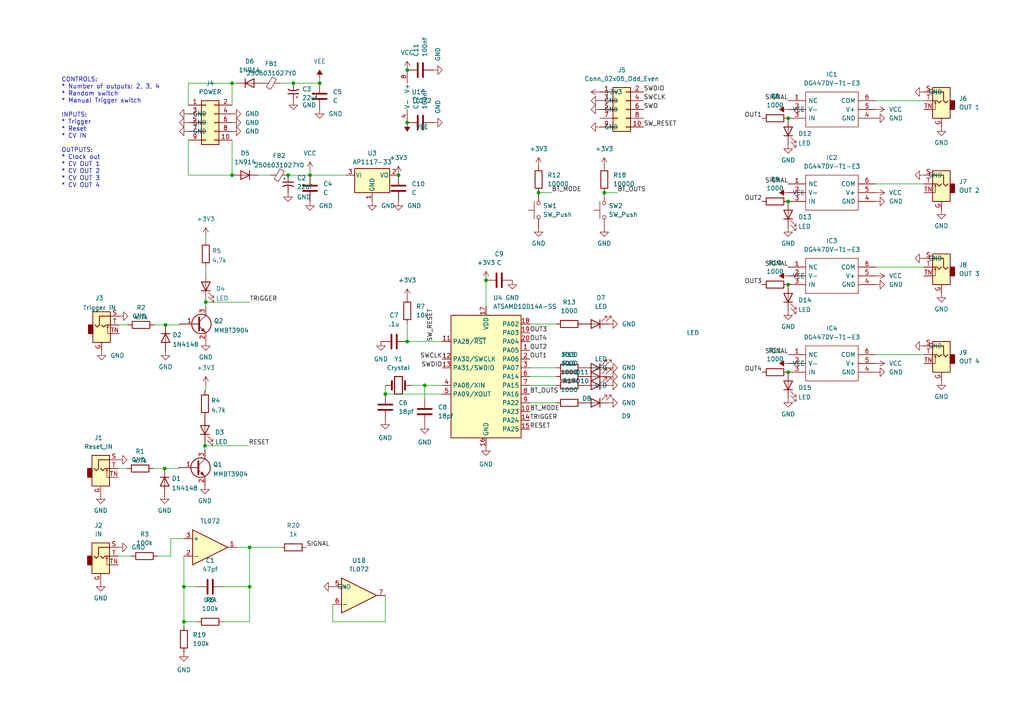
<source format=kicad_sch>
(kicad_sch (version 20211123) (generator eeschema)
  (paper "A4")
  (lib_symbols
    (symbol "Amplifier_Operational:TL072" (pin_names (offset 0.127))
      (property "Reference" "U" (at 0 5.08 0))
      (property "Value" "TL072" (at 0 -5.08 0))
      (symbol "TL072_1_1"
        (pin output line (at 7.62 0 180) (length 2.54) (name "~") (number "1"))
        (pin input line (at -7.62 -2.54 0) (length 2.54) (name "-") (number "2"))
        (pin input line (at -7.62 2.54 0) (length 2.54) (name "+") (number "3"))
      )
      (symbol "TL072_2_1"
        (pin input line (at -7.62 2.54 0) (length 2.54) (name "+") (number "5"))
        (pin input line (at -7.62 -2.54 0) (length 2.54) (name "-") (number "6"))
        (pin output line (at 7.62 0 180) (length 2.54) (name "~") (number "7"))
      )
      (symbol "TL072_3_1"
        (pin power_in line (at -2.54 -7.62 90) (length 3.81) (name "V-") (number "4"))
        (pin power_in line (at -2.54 7.62 270) (length 3.81) (name "V+") (number "8"))
      )
    )
    (symbol "Connector:AudioJack2_Ground_SwitchT"
      (property "Reference" "J" (at 0 8.89 0))
      (property "Value" "AudioJack2_Ground_SwitchT" (at 0 6.35 0))
      (symbol "AudioJack2_Ground_SwitchT_1_1"
        (pin passive line (at 0 -7.62 90) (length 2.54) (name "~") (number "G"))
        (pin passive line (at 5.08 2.54 180) (length 2.54) (name "~") (number "S"))
        (pin passive line (at 5.08 0 180) (length 2.54) (name "~") (number "T"))
        (pin passive line (at 5.08 -2.54 180) (length 2.54) (name "~") (number "TN"))
      )
    )
    (symbol "Connector_Generic:Conn_02x05_Odd_Even" (pin_names (offset 1.016) hide)
      (property "Reference" "J" (at 1.27 7.62 0))
      (property "Value" "Conn_02x05_Odd_Even" (at 1.27 -7.62 0))
      (symbol "Conn_02x05_Odd_Even_1_1"
        (pin passive line (at -5.08 5.08 0) (length 3.81) (name "Pin_1") (number "1"))
        (pin passive line (at 7.62 -5.08 180) (length 3.81) (name "Pin_10") (number "10"))
        (pin passive line (at 7.62 5.08 180) (length 3.81) (name "Pin_2") (number "2"))
        (pin passive line (at -5.08 2.54 0) (length 3.81) (name "Pin_3") (number "3"))
        (pin passive line (at 7.62 2.54 180) (length 3.81) (name "Pin_4") (number "4"))
        (pin passive line (at -5.08 0 0) (length 3.81) (name "Pin_5") (number "5"))
        (pin passive line (at 7.62 0 180) (length 3.81) (name "Pin_6") (number "6"))
        (pin passive line (at -5.08 -2.54 0) (length 3.81) (name "Pin_7") (number "7"))
        (pin passive line (at 7.62 -2.54 180) (length 3.81) (name "Pin_8") (number "8"))
        (pin passive line (at -5.08 -5.08 0) (length 3.81) (name "Pin_9") (number "9"))
      )
    )
    (symbol "DG447:DG447DV-T1-E3" (pin_names (offset 0.762))
      (property "Reference" "IC" (at 21.59 7.62 0))
      (property "Value" "DG447DV-T1-E3" (at 21.59 5.08 0))
      (symbol "DG447DV-T1-E3_0_0"
        (pin input line (at 0 0 0) (length 5.08) (name "NC") (number "1"))
        (pin power_in line (at 0 -2.54 0) (length 5.08) (name "V-") (number "2"))
        (pin input line (at 0 -5.08 0) (length 5.08) (name "IN") (number "3"))
        (pin power_in line (at 25.4 -5.08 180) (length 5.08) (name "GND") (number "4"))
        (pin power_in line (at 25.4 -2.54 180) (length 5.08) (name "V+") (number "5"))
        (pin passive line (at 25.4 0 180) (length 5.08) (name "COM") (number "6"))
      )
    )
    (symbol "Device:C" (pin_numbers hide) (pin_names (offset 0.254))
      (property "Reference" "C" (at 0.635 2.54 0))
      (property "Value" "C" (at 0.635 -2.54 0))
      (symbol "C_1_1"
        (pin passive line (at 0 3.81 270) (length 2.794) (name "~") (number "1"))
        (pin passive line (at 0 -3.81 90) (length 2.794) (name "~") (number "2"))
      )
    )
    (symbol "Device:C_Polarized_Small_US" (pin_numbers hide) (pin_names (offset 0.254) hide)
      (property "Reference" "C" (at 0.254 1.778 0))
      (property "Value" "C_Polarized_Small_US" (at 0.254 -2.032 0))
      (symbol "C_Polarized_Small_US_1_1"
        (pin passive line (at 0 2.54 270) (length 2.032) (name "~") (number "1"))
        (pin passive line (at 0 -2.54 90) (length 2.032) (name "~") (number "2"))
      )
    )
    (symbol "Device:Crystal" (pin_numbers hide) (pin_names (offset 1.016) hide)
      (property "Reference" "Y" (at 0 3.81 0))
      (property "Value" "Crystal" (at 0 -3.81 0))
      (symbol "Crystal_1_1"
        (pin passive line (at -3.81 0 0) (length 1.27) (name "1") (number "1"))
        (pin passive line (at 3.81 0 180) (length 1.27) (name "2") (number "2"))
      )
    )
    (symbol "Device:FerriteBead_Small" (pin_numbers hide) (pin_names (offset 0))
      (property "Reference" "FB" (at 1.905 1.27 0))
      (property "Value" "FerriteBead_Small" (at 1.905 -1.27 0))
      (symbol "FerriteBead_Small_1_1"
        (pin passive line (at 0 2.54 270) (length 1.27) (name "~") (number "1"))
        (pin passive line (at 0 -2.54 90) (length 1.27) (name "~") (number "2"))
      )
    )
    (symbol "Device:LED" (pin_numbers hide) (pin_names (offset 1.016) hide)
      (property "Reference" "D" (at 0 2.54 0))
      (property "Value" "LED" (at 0 -2.54 0))
      (symbol "LED_1_1"
        (pin passive line (at -3.81 0 0) (length 2.54) (name "K") (number "1"))
        (pin passive line (at 3.81 0 180) (length 2.54) (name "A") (number "2"))
      )
    )
    (symbol "Device:R" (pin_numbers hide) (pin_names (offset 0))
      (property "Reference" "R" (at 2.032 0 90))
      (property "Value" "R" (at 0 0 90))
      (symbol "R_1_1"
        (pin passive line (at 0 3.81 270) (length 1.27) (name "~") (number "1"))
        (pin passive line (at 0 -3.81 90) (length 1.27) (name "~") (number "2"))
      )
    )
    (symbol "Diode:1N4148" (pin_numbers hide) (pin_names (offset 1.016) hide)
      (property "Reference" "D" (at 0 2.54 0))
      (property "Value" "1N4148" (at 0 -2.54 0))
      (symbol "1N4148_1_1"
        (pin passive line (at -3.81 0 0) (length 2.54) (name "K") (number "1"))
        (pin passive line (at 3.81 0 180) (length 2.54) (name "A") (number "2"))
      )
    )
    (symbol "MCU_Microchip_SAMD:ATSAMD10D14A-SS"
      (property "Reference" "U" (at -10.16 19.05 0))
      (property "Value" "ATSAMD10D14A-SS" (at 1.27 19.05 0))
      (symbol "ATSAMD10D14A-SS_1_1"
        (pin bidirectional line (at 12.7 7.62 180) (length 2.54) (name "PA05") (number "1"))
        (pin bidirectional line (at 12.7 -10.16 180) (length 2.54) (name "PA23") (number "10"))
        (pin bidirectional line (at -12.7 10.16 0) (length 2.54) (name "PA28/~{RST}") (number "11"))
        (pin bidirectional line (at -12.7 5.08 0) (length 2.54) (name "PA30/SWCLK") (number "12"))
        (pin bidirectional line (at -12.7 2.54 0) (length 2.54) (name "PA31/SWDIO") (number "13"))
        (pin bidirectional line (at 12.7 -12.7 180) (length 2.54) (name "PA24") (number "14"))
        (pin bidirectional line (at 12.7 -15.24 180) (length 2.54) (name "PA25") (number "15"))
        (pin power_in line (at 0 -20.32 90) (length 2.54) (name "GND") (number "16"))
        (pin power_in line (at 0 20.32 270) (length 2.54) (name "VDD") (number "17"))
        (pin bidirectional line (at 12.7 15.24 180) (length 2.54) (name "PA02") (number "18"))
        (pin bidirectional line (at 12.7 12.7 180) (length 2.54) (name "PA03") (number "19"))
        (pin bidirectional line (at 12.7 5.08 180) (length 2.54) (name "PA06") (number "2"))
        (pin bidirectional line (at 12.7 10.16 180) (length 2.54) (name "PA04") (number "20"))
        (pin bidirectional line (at 12.7 2.54 180) (length 2.54) (name "PA07") (number "3"))
        (pin bidirectional line (at -12.7 -2.54 0) (length 2.54) (name "PA08/XIN") (number "4"))
        (pin bidirectional line (at -12.7 -5.08 0) (length 2.54) (name "PA09/XOUT") (number "5"))
        (pin bidirectional line (at 12.7 0 180) (length 2.54) (name "PA14") (number "6"))
        (pin bidirectional line (at 12.7 -2.54 180) (length 2.54) (name "PA15") (number "7"))
        (pin bidirectional line (at 12.7 -5.08 180) (length 2.54) (name "PA16") (number "8"))
        (pin bidirectional line (at 12.7 -7.62 180) (length 2.54) (name "PA22") (number "9"))
      )
    )
    (symbol "Regulator_Linear:AP1117-33" (pin_names (offset 0.254))
      (property "Reference" "U" (at -3.81 3.175 0))
      (property "Value" "AP1117-33" (at 0 3.175 0))
      (symbol "AP1117-33_1_1"
        (pin power_in line (at 0 -7.62 90) (length 2.54) (name "GND") (number "1"))
        (pin power_out line (at 7.62 0 180) (length 2.54) (name "VO") (number "2"))
        (pin power_in line (at -7.62 0 0) (length 2.54) (name "VI") (number "3"))
      )
    )
    (symbol "Switch:SW_Push" (pin_numbers hide) (pin_names (offset 1.016) hide)
      (property "Reference" "SW" (at 1.27 2.54 0))
      (property "Value" "SW_Push" (at 0 -1.524 0))
      (symbol "SW_Push_0_1"
        (pin passive line (at -5.08 0 0) (length 2.54) (name "1") (number "1"))
        (pin passive line (at 5.08 0 180) (length 2.54) (name "2") (number "2"))
      )
    )
    (symbol "Transistor_BJT:MMBT3904" (pin_names (offset 0) hide)
      (property "Reference" "Q" (at 5.08 1.905 0))
      (property "Value" "MMBT3904" (at 5.08 0 0))
      (symbol "MMBT3904_1_1"
        (pin input line (at -5.08 0 0) (length 5.715) (name "B") (number "1"))
        (pin passive line (at 2.54 -5.08 90) (length 2.54) (name "E") (number "2"))
        (pin passive line (at 2.54 5.08 270) (length 2.54) (name "C") (number "3"))
      )
    )
    (symbol "power:+3.3V" (power) (pin_names (offset 0))
      (property "Value" "+3.3V" (at 0 3.556 0))
      (symbol "+3.3V_1_1"
        (pin power_in line (at 0 0 90) (length 0) hide (name "+3V3") (number "1"))
      )
    )
    (symbol "power:+3V3" (power) (pin_names (offset 0))
      (property "Value" "+3V3" (at 0 3.556 0))
      (symbol "+3V3_1_1"
        (pin power_in line (at 0 0 90) (length 0) hide (name "+3V3") (number "1"))
      )
    )
    (symbol "power:GND" (power) (pin_names (offset 0))
      (property "Value" "GND" (at 0 -3.81 0))
      (symbol "GND_1_1"
        (pin power_in line (at 0 0 270) (length 0) hide (name "GND") (number "1"))
      )
    )
    (symbol "power:VCC" (power) (pin_names (offset 0))
      (property "Value" "VCC" (at 0 3.81 0))
      (symbol "VCC_1_1"
        (pin power_in line (at 0 0 90) (length 0) hide (name "VCC") (number "1"))
      )
    )
    (symbol "power:VEE" (power) (pin_names (offset 0))
      (property "Value" "VEE" (at 0 3.81 0))
      (symbol "VEE_1_1"
        (pin power_in line (at 0 0 90) (length 0) hide (name "VEE") (number "1"))
      )
    )
  )
  (junction (at 111.76 114.3))
  (junction (at 228.6 107.95))
  (junction (at 72.39 158.75))
  (junction (at 67.31 24.13))
  (junction (at 228.6 82.55))
  (junction (at 48.006 94.234))
  (junction (at 53.34 180.34))
  (junction (at 89.916 50.8))
  (junction (at 72.39 170.18))
  (junction (at 228.6 34.29))
  (junction (at 118.11 35.56))
  (junction (at 118.11 99.06))
  (junction (at 83.566 50.8))
  (junction (at 140.97 81.28))
  (junction (at 53.34 170.18))
  (junction (at 85.09 24.13))
  (junction (at 67.31 50.8))
  (junction (at 59.69 87.63))
  (junction (at 156.21 55.88))
  (junction (at 123.19 111.76))
  (junction (at 47.752 135.89))
  (junction (at 175.26 55.88))
  (junction (at 92.71 24.13))
  (junction (at 115.57 50.8))
  (junction (at 59.436 129.286))
  (junction (at 228.6 58.42))
  (junction (at 118.11 20.32))
  (wire (pts (xy 34.29 161.29) (xy 38.1 161.29)))
  (wire (pts (xy 59.69 87.63) (xy 59.69 88.9)))
  (wire (pts (xy 72.39 158.75) (xy 68.58 158.75)))
  (wire (pts (xy 34.29 135.89) (xy 36.83 135.89)))
  (wire (pts (xy 54.61 40.64) (xy 54.61 50.8)))
  (wire (pts (xy 51.816 135.89) (xy 51.816 135.636)))
  (wire (pts (xy 49.53 156.21) (xy 49.53 161.29)))
  (wire (pts (xy 53.34 161.29) (xy 53.34 170.18)))
  (wire (pts (xy 53.34 170.18) (xy 57.15 170.18)))
  (wire (pts (xy 47.752 135.89) (xy 51.816 135.89)))
  (wire (pts (xy 34.544 94.234) (xy 37.084 94.234)))
  (wire (pts (xy 85.09 24.13) (xy 92.71 24.13)))
  (wire (pts (xy 54.61 24.13) (xy 54.61 30.48)))
  (wire (pts (xy 175.26 55.88) (xy 179.07 55.88)))
  (wire (pts (xy 74.93 50.8) (xy 78.486 50.8)))
  (wire (pts (xy 153.67 116.84) (xy 161.29 116.84)))
  (wire (pts (xy 96.52 180.34) (xy 111.76 180.34)))
  (wire (pts (xy 111.76 114.3) (xy 111.76 111.76)))
  (wire (pts (xy 123.19 111.76) (xy 128.27 111.76)))
  (wire (pts (xy 118.11 99.06) (xy 118.11 93.98)))
  (wire (pts (xy 59.69 68.58) (xy 59.69 69.85)))
  (wire (pts (xy 67.31 24.13) (xy 54.61 24.13)))
  (wire (pts (xy 89.916 50.8) (xy 100.33 50.8)))
  (wire (pts (xy 153.67 106.68) (xy 161.29 106.68)))
  (wire (pts (xy 153.67 111.76) (xy 161.29 111.76)))
  (wire (pts (xy 111.76 180.34) (xy 111.76 172.72)))
  (wire (pts (xy 128.27 99.06) (xy 118.11 99.06)))
  (wire (pts (xy 52.07 94.234) (xy 52.07 93.98)))
  (wire (pts (xy 59.436 128.524) (xy 59.436 129.286)))
  (wire (pts (xy 81.28 24.13) (xy 85.09 24.13)))
  (wire (pts (xy 44.45 135.89) (xy 47.752 135.89)))
  (wire (pts (xy 53.34 170.18) (xy 53.34 180.34)))
  (wire (pts (xy 67.31 40.64) (xy 67.31 50.8)))
  (wire (pts (xy 44.704 94.234) (xy 48.006 94.234)))
  (wire (pts (xy 48.006 94.234) (xy 52.07 94.234)))
  (wire (pts (xy 53.34 180.34) (xy 57.15 180.34)))
  (wire (pts (xy 128.27 114.3) (xy 111.76 114.3)))
  (wire (pts (xy 67.31 30.48) (xy 67.31 24.13)))
  (wire (pts (xy 83.566 50.8) (xy 89.916 50.8)))
  (wire (pts (xy 72.39 158.75) (xy 72.39 170.18)))
  (wire (pts (xy 53.34 180.34) (xy 53.34 181.61)))
  (wire (pts (xy 45.72 161.29) (xy 49.53 161.29)))
  (wire (pts (xy 254 102.87) (xy 267.97 102.87)))
  (wire (pts (xy 59.69 86.868) (xy 59.69 87.63)))
  (wire (pts (xy 59.69 113.284) (xy 59.436 113.284)))
  (wire (pts (xy 89.916 49.53) (xy 89.916 50.8)))
  (wire (pts (xy 123.19 111.76) (xy 123.19 115.57)))
  (wire (pts (xy 119.38 111.76) (xy 123.19 111.76)))
  (wire (pts (xy 59.436 129.286) (xy 72.136 129.286)))
  (wire (pts (xy 153.67 93.98) (xy 161.29 93.98)))
  (wire (pts (xy 72.39 170.18) (xy 72.39 180.34)))
  (wire (pts (xy 59.69 87.63) (xy 72.39 87.63)))
  (wire (pts (xy 54.61 50.8) (xy 67.31 50.8)))
  (wire (pts (xy 59.69 77.47) (xy 59.69 79.248)))
  (wire (pts (xy 140.97 81.28) (xy 140.97 88.9)))
  (wire (pts (xy 254 77.47) (xy 267.97 77.47)))
  (wire (pts (xy 72.39 170.18) (xy 64.77 170.18)))
  (wire (pts (xy 254 53.34) (xy 267.97 53.34)))
  (wire (pts (xy 153.67 109.22) (xy 161.29 109.22)))
  (wire (pts (xy 59.69 111.76) (xy 59.69 113.284)))
  (wire (pts (xy 96.52 175.26) (xy 96.52 180.34)))
  (wire (pts (xy 67.31 24.13) (xy 68.58 24.13)))
  (wire (pts (xy 72.39 180.34) (xy 64.77 180.34)))
  (wire (pts (xy 156.21 55.88) (xy 160.02 55.88)))
  (wire (pts (xy 49.53 156.21) (xy 53.34 156.21)))
  (wire (pts (xy 72.39 158.75) (xy 81.28 158.75)))
  (wire (pts (xy 254 29.21) (xy 267.97 29.21)))
  (wire (pts (xy 92.71 22.86) (xy 92.71 24.13)))
  (wire (pts (xy 59.436 129.286) (xy 59.436 130.556)))
  (text "CONTROLS:\n* Number of outputs: 2, 3, 4\n* Random switch\n* Manual Trigger switch\n\nINPUTS:\n* Trigger\n* Reset\n* CV IN\n\nOUTPUTS:\n* Clock out\n* CV OUT 1\n* CV OUT 2\n* CV OUT 3\n* CV OUT 4\n" (at 17.78 54.61 0) (effects (font (size 1.27 1.27)) (justify left bottom)))
  (label "BT_MODE" (at 160.02 55.88 0))
  (label "SIGNAL" (at 88.9 158.75 0))
  (label "SWCLK" (at 128.27 104.14 180))
  (label "RESET" (at 72.136 129.286 0))
  (label "OUT4" (at 220.98 107.95 180))
  (label "TRIGGER" (at 72.39 87.63 0))
  (label "OUT3" (at 153.67 96.52 0))
  (label "SIGNAL" (at 228.6 77.47 180))
  (label "TRIGGER" (at 153.67 121.92 0))
  (label "OUT4" (at 153.67 99.06 0))
  (label "BT_OUTS" (at 153.67 114.3 0))
  (label "RESET" (at 153.67 124.46 0))
  (label "SIGNAL" (at 228.6 53.34 180))
  (label "SWO" (at 186.69 31.75 0))
  (label "BT_OUTS" (at 179.07 55.88 0))
  (label "SWDIO" (at 128.27 106.68 180))
  (label "SWCLK" (at 186.69 29.21 0))
  (label "OUT1" (at 220.98 34.29 180))
  (label "OUT3" (at 220.98 82.55 180))
  (label "OUT2" (at 153.67 101.6 0))
  (label "SIGNAL" (at 228.6 29.21 180))
  (label "BT_MODE" (at 153.67 119.38 0))
  (label "SWDIO" (at 186.69 26.67 0))
  (label "OUT2" (at 220.98 58.42 180))
  (label "SW_RESET" (at 186.69 36.83 0))
  (label "SIGNAL" (at 228.6 102.87 180))
  (label "OUT1" (at 153.67 104.14 0))
  (label "SW_RESET" (at 125.73 99.06 90))
  (symbol (lib_id "Device:R") (at 165.1 93.98 90) (unit 1)
    (property "Reference" "R13" (at 165.1 87.63 90))
    (property "Value" "1000" (at 165.1 90.17 90))
    (property "Footprint" "Resistor_SMD:R_0805_2012Metric_Pad1.20x1.40mm_HandSolder" (effects hide))
  )
  (symbol (lib_id "power:VEE") (at 228.6 31.75 90) (unit 1)
    (property "Reference" "#PWR0129" (effects hide))
    (property "Value" "VEE" (at 229.87 31.7499 90) (effects (justify right)))
  )
  (symbol (lib_id "power:GND") (at 228.6 66.04 0) (mirror y) (unit 1)
    (property "Reference" "#PWR0165" (effects hide))
    (property "Value" "GND" (at 228.6 70.6025 0))
  )
  (symbol (lib_id "Device:C") (at 115.57 54.61 0) (unit 1)
    (property "Reference" "C10" (at 119.38 53.3399 0) (effects (justify left)))
    (property "Value" "C" (at 119.38 55.8799 0) (effects (justify left)))
    (property "Footprint" "Capacitor_SMD:C_0805_2012Metric_Pad1.18x1.45mm_HandSolder" (effects hide))
  )
  (symbol (lib_id "Device:C") (at 144.78 81.28 90) (unit 1)
    (property "Reference" "C9" (at 144.78 73.66 90))
    (property "Value" "C" (at 144.78 76.2 90))
    (property "Footprint" "Capacitor_SMD:C_0805_2012Metric_Pad1.18x1.45mm_HandSolder" (effects hide))
  )
  (symbol (lib_id "DG447:DG447DV-T1-E3") (at 228.6 102.87 0) (unit 1)
    (property "Reference" "IC4" (at 241.3 95.25 0))
    (property "Value" "DG447DV-T1-E3" (at 241.3 97.79 0))
    (property "Footprint" "Mouser:SOP95P284X110-6N" (effects hide))
    (property "Datasheet" "https://datasheet.datasheetarchive.com/originals/distributors/Datasheets-DGA16/949354.pdf" (effects hide))
    (property "Description" "DG447DV-T1-E3, Analogue SPST Switch Single SPST, 12 V, 15 V, 18 V, 24 V, 28 V, 9 V, 6-Pin, TSOP, 1" (effects hide))
    (property "Height" "1.1" (effects hide))
    (property "Mouser Part Number" "781-DG447DV-E3" (effects hide))
    (property "Mouser Price/Stock" "https://www.mouser.co.uk/ProductDetail/Vishay-Semiconductors/DG447DV-T1-E3?qs=G1LhLIAbs1wSK2PhZozw6g%3D%3D" (effects hide))
    (property "Manufacturer_Name" "Vishay" (effects hide))
    (property "Manufacturer_Part_Number" "DG447DV-T1-E3" (effects hide))
  )
  (symbol (lib_id "power:GND") (at 92.71 31.75 0) (unit 1)
    (property "Reference" "#PWR0138" (effects hide))
    (property "Value" "GND" (at 95.25 33.0199 0) (effects (justify left)))
  )
  (symbol (lib_id "power:GND") (at 176.53 109.22 90) (mirror x) (unit 1)
    (property "Reference" "#PWR0162" (effects hide))
    (property "Value" "GND" (at 180.34 109.2199 90) (effects (justify right)))
  )
  (symbol (lib_id "power:GND") (at 254 58.42 90) (unit 1)
    (property "Reference" "#PWR0123" (effects hide))
    (property "Value" "GND" (at 257.81 58.4199 90) (effects (justify right)))
  )
  (symbol (lib_id "Device:LED") (at 172.72 111.76 180) (unit 1)
    (property "Reference" "D10" (at 168.91 110.49 0))
    (property "Value" "LED" (at 174.3075 106.68 0))
    (property "Footprint" "LED_THT:LED_D3.0mm" (effects hide))
  )
  (symbol (lib_id "power:GND") (at 125.73 20.32 90) (unit 1)
    (property "Reference" "#PWR0168" (effects hide))
    (property "Value" "GND" (at 126.9999 17.78 0) (effects (justify left)))
  )
  (symbol (lib_id "Device:R") (at 165.1 111.76 90) (unit 1)
    (property "Reference" "R16" (at 165.1 105.41 90))
    (property "Value" "1000" (at 165.1 107.95 90))
    (property "Footprint" "Resistor_SMD:R_0805_2012Metric_Pad1.20x1.40mm_HandSolder" (effects hide))
  )
  (symbol (lib_id "power:GND") (at 228.6 41.91 0) (mirror y) (unit 1)
    (property "Reference" "#PWR0139" (effects hide))
    (property "Value" "GND" (at 228.6 46.4725 0))
  )
  (symbol (lib_id "Device:LED") (at 228.6 38.1 90) (unit 1)
    (property "Reference" "D12" (at 231.521 38.779 90) (effects (justify right)))
    (property "Value" "LED" (at 231.521 41.5541 90) (effects (justify right)))
    (property "Footprint" "LED_THT:LED_D3.0mm" (effects hide))
  )
  (symbol (lib_id "Diode:1N4148") (at 48.006 98.044 270) (unit 1)
    (property "Reference" "D2" (at 50.038 97.1355 90) (effects (justify left)))
    (property "Value" "1N4148" (at 50.038 99.9106 90) (effects (justify left)))
    (property "Footprint" "Diode_SMD:D_SOD-123" (effects hide))
    (property "Datasheet" "https://assets.nexperia.com/documents/data-sheet/1N4148_1N4448.pdf" (effects hide))
  )
  (symbol (lib_id "Device:R") (at 59.69 73.66 180) (unit 1)
    (property "Reference" "R5" (at 61.468 72.7515 0) (effects (justify right)))
    (property "Value" "4.7k" (at 61.468 75.5266 0) (effects (justify right)))
    (property "Footprint" "Resistor_SMD:R_0805_2012Metric_Pad1.20x1.40mm_HandSolder" (effects hide))
  )
  (symbol (lib_id "Device:FerriteBead_Small") (at 81.026 50.8 90) (unit 1)
    (property "Reference" "FB2" (at 80.9879 45.1317 90))
    (property "Value" "2506031027Y0 " (at 80.9879 47.9068 90))
    (property "Footprint" "Resistor_SMD:R_0805_2012Metric_Pad1.20x1.40mm_HandSolder" (effects hide))
  )
  (symbol (lib_id "power:GND") (at 34.29 158.75 90) (unit 1)
    (property "Reference" "#PWR0176" (effects hide))
    (property "Value" "GND" (at 38.1 158.7499 90) (effects (justify right)))
  )
  (symbol (lib_id "power:GND") (at 267.97 50.8 270) (unit 1)
    (property "Reference" "#PWR0109" (effects hide))
    (property "Value" "GND" (at 269.24 50.7999 90) (effects (justify left)))
  )
  (symbol (lib_id "power:GND") (at 54.61 38.1 270) (unit 1)
    (property "Reference" "#PWR0115" (effects hide))
    (property "Value" "GND" (at 55.88 38.0999 90) (effects (justify left)))
  )
  (symbol (lib_id "power:GND") (at 273.05 36.83 0) (mirror y) (unit 1)
    (property "Reference" "#PWR0126" (effects hide))
    (property "Value" "GND" (at 273.05 41.3925 0))
  )
  (symbol (lib_id "power:GND") (at 85.09 29.21 0) (unit 1)
    (property "Reference" "#PWR0137" (effects hide))
    (property "Value" "GND" (at 87.63 30.4799 0) (effects (justify left)))
  )
  (symbol (lib_id "Transistor_BJT:MMBT3904") (at 56.896 135.636 0) (unit 1)
    (property "Reference" "Q1" (at 61.7474 134.7275 0) (effects (justify left)))
    (property "Value" "MMBT3904" (at 61.7474 137.5026 0) (effects (justify left)))
    (property "Footprint" "Package_TO_SOT_SMD:SOT-23" (effects hide))
    (property "Datasheet" "https://www.onsemi.com/pub/Collateral/2N3903-D.PDF" (effects hide))
  )
  (symbol (lib_id "power:GND") (at 53.34 189.23 0) (unit 1)
    (property "Reference" "#PWR0101" (effects hide))
    (property "Value" "GND" (at 53.34 194.31 0))
  )
  (symbol (lib_id "power:GND") (at 67.31 33.02 90) (unit 1)
    (property "Reference" "#PWR0111" (effects hide))
    (property "Value" "GND" (at 71.12 33.0199 90) (effects (justify right)))
  )
  (symbol (lib_id "power:GND") (at 176.53 93.98 90) (mirror x) (unit 1)
    (property "Reference" "#PWR0160" (effects hide))
    (property "Value" "GND" (at 180.34 93.9799 90) (effects (justify right)))
  )
  (symbol (lib_id "power:GND") (at 96.52 170.18 270) (unit 1)
    (property "Reference" "#PWR0177" (effects hide))
    (property "Value" "GND" (at 97.79 170.1799 90) (effects (justify left)))
  )
  (symbol (lib_id "power:+3.3V") (at 140.97 81.28 0) (unit 1)
    (property "Reference" "#PWR0154" (effects hide))
    (property "Value" "+3.3V" (at 140.97 76.2 0))
  )
  (symbol (lib_id "power:GND") (at 228.6 90.17 0) (mirror y) (unit 1)
    (property "Reference" "#PWR0167" (effects hide))
    (property "Value" "GND" (at 228.6 94.7325 0))
  )
  (symbol (lib_id "power:GND") (at 254 107.95 90) (unit 1)
    (property "Reference" "#PWR0134" (effects hide))
    (property "Value" "GND" (at 257.81 107.9499 90) (effects (justify right)))
  )
  (symbol (lib_id "Diode:1N4148") (at 47.752 139.7 270) (unit 1)
    (property "Reference" "D1" (at 49.784 138.7915 90) (effects (justify left)))
    (property "Value" "1N4148" (at 49.784 141.5666 90) (effects (justify left)))
    (property "Footprint" "Diode_SMD:D_SOD-123" (effects hide))
    (property "Datasheet" "https://assets.nexperia.com/documents/data-sheet/1N4148_1N4448.pdf" (effects hide))
  )
  (symbol (lib_id "power:GND") (at 176.53 106.68 90) (mirror x) (unit 1)
    (property "Reference" "#PWR0164" (effects hide))
    (property "Value" "GND" (at 180.34 106.6799 90) (effects (justify right)))
  )
  (symbol (lib_id "Device:LED") (at 59.436 124.714 90) (unit 1)
    (property "Reference" "D3" (at 62.357 125.393 90) (effects (justify right)))
    (property "Value" "LED" (at 62.357 128.1681 90) (effects (justify right)))
    (property "Footprint" "LED_THT:LED_D3.0mm" (effects hide))
  )
  (symbol (lib_id "power:GND") (at 125.73 35.56 90) (unit 1)
    (property "Reference" "#PWR0169" (effects hide))
    (property "Value" "GND" (at 126.9999 33.02 0) (effects (justify left)))
  )
  (symbol (lib_id "Connector:AudioJack2_Ground_SwitchT") (at 273.05 77.47 0) (mirror y) (unit 1)
    (property "Reference" "J8" (at 278.13 76.8349 0) (effects (justify right)))
    (property "Value" "OUT 3" (at 278.13 79.3749 0) (effects (justify right)))
    (property "Footprint" "Connector_Audio:Jack_3.5mm_QingPu_WQP-PJ398SM_Vertical_CircularHoles" (effects hide))
  )
  (symbol (lib_id "Device:C") (at 92.71 27.94 0) (unit 1)
    (property "Reference" "C5" (at 96.52 26.6699 0) (effects (justify left)))
    (property "Value" "C" (at 96.52 29.2099 0) (effects (justify left)))
    (property "Footprint" "Capacitor_SMD:C_0805_2012Metric_Pad1.18x1.45mm_HandSolder" (effects hide))
  )
  (symbol (lib_id "Connector:AudioJack2_Ground_SwitchT") (at 273.05 29.21 0) (mirror y) (unit 1)
    (property "Reference" "J6" (at 278.13 28.5749 0) (effects (justify right)))
    (property "Value" "OUT 1" (at 278.13 31.1149 0) (effects (justify right)))
    (property "Footprint" "Connector_Audio:Jack_3.5mm_QingPu_WQP-PJ398SM_Vertical_CircularHoles" (effects hide))
  )
  (symbol (lib_id "Diode:1N4148") (at 72.39 24.13 0) (unit 1)
    (property "Reference" "D6" (at 72.39 17.78 0))
    (property "Value" "1N914" (at 72.39 20.32 0))
    (property "Footprint" "Diode_SMD:D_SOD-123" (effects hide))
    (property "Datasheet" "https://assets.nexperia.com/documents/data-sheet/1N4148_1N4448.pdf" (effects hide))
  )
  (symbol (lib_id "Switch:SW_Push") (at 175.26 60.96 90) (unit 1)
    (property "Reference" "SW2" (at 176.53 59.6899 90) (effects (justify right)))
    (property "Value" "SW_Push" (at 176.53 62.2299 90) (effects (justify right)))
    (property "Footprint" "Button_Switch_THT:SW_PUSH_6mm" (effects hide))
  )
  (symbol (lib_id "MCU_Microchip_SAMD:ATSAMD10D14A-SS") (at 140.97 109.22 0) (unit 1)
    (property "Reference" "U4" (at 142.9894 86.36 0) (effects (justify left)))
    (property "Value" "ATSAMD10D14A-SS" (at 142.9894 88.9 0) (effects (justify left)))
    (property "Footprint" "Package_SO:SOIC-20W_7.5x12.8mm_P1.27mm" (effects hide))
    (property "Datasheet" "http://ww1.microchip.com/downloads/en/DeviceDoc/Atmel-42242-SAM-D10_Datasheet.pdf" (effects hide))
  )
  (symbol (lib_id "Device:R") (at 118.11 90.17 0) (unit 1)
    (property "Reference" "R7" (at 120.65 88.8999 0) (effects (justify left)))
    (property "Value" "10k" (at 120.65 91.4399 0) (effects (justify left)))
    (property "Footprint" "Resistor_SMD:R_0805_2012Metric_Pad1.20x1.40mm_HandSolder" (effects hide))
  )
  (symbol (lib_id "power:GND") (at 173.99 36.83 270) (unit 1)
    (property "Reference" "#PWR0150" (effects hide))
    (property "Value" "GND" (at 175.26 36.8299 90) (effects (justify left)))
  )
  (symbol (lib_id "power:GND") (at 54.61 33.02 270) (unit 1)
    (property "Reference" "#PWR0116" (effects hide))
    (property "Value" "GND" (at 55.88 33.0199 90) (effects (justify left)))
  )
  (symbol (lib_id "Device:R") (at 59.436 117.094 180) (unit 1)
    (property "Reference" "R4" (at 61.214 116.1855 0) (effects (justify right)))
    (property "Value" "4.7k" (at 61.214 118.9606 0) (effects (justify right)))
    (property "Footprint" "Resistor_SMD:R_0805_2012Metric_Pad1.20x1.40mm_HandSolder" (effects hide))
  )
  (symbol (lib_id "power:VCC") (at 89.916 49.53 0) (unit 1)
    (property "Reference" "#PWR0117" (effects hide))
    (property "Value" "VCC" (at 89.916 44.45 0))
  )
  (symbol (lib_id "power:GND") (at 89.916 58.42 0) (unit 1)
    (property "Reference" "#PWR0120" (effects hide))
    (property "Value" "GND" (at 92.456 59.6899 0) (effects (justify left)))
  )
  (symbol (lib_id "power:GND") (at 173.99 31.75 270) (unit 1)
    (property "Reference" "#PWR0149" (effects hide))
    (property "Value" "GND" (at 175.26 31.7499 90) (effects (justify left)))
  )
  (symbol (lib_id "power:VCC") (at 254 80.01 270) (unit 1)
    (property "Reference" "#PWR0133" (effects hide))
    (property "Value" "VCC" (at 257.81 80.0099 90) (effects (justify left)))
  )
  (symbol (lib_id "power:GND") (at 29.21 143.51 0) (unit 1)
    (property "Reference" "#PWR0105" (effects hide))
    (property "Value" "GND" (at 29.21 148.0725 0))
  )
  (symbol (lib_id "Device:R") (at 165.1 106.68 90) (unit 1)
    (property "Reference" "R17" (at 165.1 110.49 90))
    (property "Value" "1000" (at 165.1 102.87 90))
    (property "Footprint" "Resistor_SMD:R_0805_2012Metric_Pad1.20x1.40mm_HandSolder" (effects hide))
  )
  (symbol (lib_id "power:VEE") (at 118.11 35.56 180) (unit 1)
    (property "Reference" "#PWR0144" (effects hide))
    (property "Value" "VEE" (at 120.65 36.8299 0) (effects (justify right)))
  )
  (symbol (lib_id "power:GND") (at 175.26 66.04 0) (mirror y) (unit 1)
    (property "Reference" "#PWR0158" (effects hide))
    (property "Value" "GND" (at 175.26 70.6025 0))
  )
  (symbol (lib_id "power:VCC") (at 254 105.41 270) (unit 1)
    (property "Reference" "#PWR0135" (effects hide))
    (property "Value" "VCC" (at 257.81 105.4099 90) (effects (justify left)))
  )
  (symbol (lib_id "Device:R") (at 41.91 161.29 90) (unit 1)
    (property "Reference" "R3" (at 41.91 154.94 90))
    (property "Value" "100k" (at 41.91 157.48 90))
    (property "Footprint" "Resistor_SMD:R_0805_2012Metric_Pad1.20x1.40mm_HandSolder" (effects hide))
  )
  (symbol (lib_id "Device:C") (at 111.76 118.11 0) (unit 1)
    (property "Reference" "C6" (at 115.57 116.8399 0) (effects (justify left)))
    (property "Value" "18pf" (at 115.57 119.3799 0) (effects (justify left)))
    (property "Footprint" "Capacitor_SMD:C_0805_2012Metric_Pad1.18x1.45mm_HandSolder" (effects hide))
  )
  (symbol (lib_id "Device:C") (at 121.92 35.56 90) (unit 1)
    (property "Reference" "C12" (at 120.6499 31.75 0) (effects (justify left)))
    (property "Value" "100nf" (at 123.1899 31.75 0) (effects (justify left)))
    (property "Footprint" "Capacitor_SMD:C_0805_2012Metric_Pad1.18x1.45mm_HandSolder" (effects hide))
  )
  (symbol (lib_id "Connector:AudioJack2_Ground_SwitchT") (at 29.464 94.234 0) (unit 1)
    (property "Reference" "J3" (at 28.829 86.4575 0))
    (property "Value" "Trigger IN" (at 28.829 89.2326 0))
    (property "Footprint" "Connector_Audio:Jack_3.5mm_QingPu_WQP-PJ398SM_Vertical_CircularHoles" (effects hide))
  )
  (symbol (lib_id "power:GND") (at 254 82.55 90) (unit 1)
    (property "Reference" "#PWR0131" (effects hide))
    (property "Value" "GND" (at 257.81 82.5499 90) (effects (justify right)))
  )
  (symbol (lib_id "DG447:DG447DV-T1-E3") (at 228.6 77.47 0) (unit 1)
    (property "Reference" "IC3" (at 241.3 69.85 0))
    (property "Value" "DG447DV-T1-E3" (at 241.3 72.39 0))
    (property "Footprint" "Mouser:SOP95P284X110-6N" (effects hide))
    (property "Datasheet" "https://datasheet.datasheetarchive.com/originals/distributors/Datasheets-DGA16/949354.pdf" (effects hide))
    (property "Description" "DG447DV-T1-E3, Analogue SPST Switch Single SPST, 12 V, 15 V, 18 V, 24 V, 28 V, 9 V, 6-Pin, TSOP, 1" (effects hide))
    (property "Height" "1.1" (effects hide))
    (property "Mouser Part Number" "781-DG447DV-E3" (effects hide))
    (property "Mouser Price/Stock" "https://www.mouser.co.uk/ProductDetail/Vishay-Semiconductors/DG447DV-T1-E3?qs=G1LhLIAbs1wSK2PhZozw6g%3D%3D" (effects hide))
    (property "Manufacturer_Name" "Vishay" (effects hide))
    (property "Manufacturer_Part_Number" "DG447DV-T1-E3" (effects hide))
  )
  (symbol (lib_id "power:GND") (at 67.31 38.1 90) (unit 1)
    (property "Reference" "#PWR0110" (effects hide))
    (property "Value" "GND" (at 71.12 38.0999 90) (effects (justify right)))
  )
  (symbol (lib_id "Device:R") (at 224.79 82.55 90) (unit 1)
    (property "Reference" "R10" (at 224.79 76.2 90))
    (property "Value" "1000" (at 224.79 78.74 90))
    (property "Footprint" "Resistor_SMD:R_0805_2012Metric_Pad1.20x1.40mm_HandSolder" (effects hide))
  )
  (symbol (lib_id "Device:Crystal") (at 115.57 111.76 180) (unit 1)
    (property "Reference" "Y1" (at 115.57 104.14 0))
    (property "Value" "Crystal" (at 115.57 106.68 0))
    (property "Footprint" "Crystal:Crystal_Round_D1.0mm_Vertical" (effects hide))
  )
  (symbol (lib_id "power:GND") (at 140.97 129.54 0) (unit 1)
    (property "Reference" "#PWR0155" (effects hide))
    (property "Value" "GND" (at 140.97 134.62 0))
  )
  (symbol (lib_id "power:GND") (at 34.544 91.694 90) (unit 1)
    (property "Reference" "#PWR0174" (effects hide))
    (property "Value" "GND" (at 38.354 91.6939 90) (effects (justify right)))
  )
  (symbol (lib_id "Connector:AudioJack2_Ground_SwitchT") (at 29.21 135.89 0) (unit 1)
    (property "Reference" "J1" (at 28.575 127 0))
    (property "Value" "Reset_IN" (at 28.575 129.54 0))
    (property "Footprint" "Connector_Audio:Jack_3.5mm_QingPu_WQP-PJ398SM_Vertical_CircularHoles" (effects hide))
  )
  (symbol (lib_id "Device:R") (at 224.79 34.29 90) (unit 1)
    (property "Reference" "R8" (at 224.79 27.94 90))
    (property "Value" "1000" (at 224.79 30.48 90))
    (property "Footprint" "Resistor_SMD:R_0805_2012Metric_Pad1.20x1.40mm_HandSolder" (effects hide))
  )
  (symbol (lib_id "Device:C") (at 123.19 119.38 0) (unit 1)
    (property "Reference" "C8" (at 127 118.1099 0) (effects (justify left)))
    (property "Value" "18pf" (at 127 120.6499 0) (effects (justify left)))
    (property "Footprint" "Capacitor_SMD:C_0805_2012Metric_Pad1.18x1.45mm_HandSolder" (effects hide))
  )
  (symbol (lib_id "power:GND") (at 48.006 101.854 0) (unit 1)
    (property "Reference" "#PWR0108" (effects hide))
    (property "Value" "GND" (at 48.006 106.4165 0))
  )
  (symbol (lib_id "Device:LED") (at 172.72 109.22 180) (unit 1)
    (property "Reference" "D9" (at 181.61 120.65 0))
    (property "Value" "LED" (at 174.3075 104.14 0))
    (property "Footprint" "LED_THT:LED_D3.0mm" (effects hide))
  )
  (symbol (lib_id "power:GND") (at 115.57 58.42 0) (unit 1)
    (property "Reference" "#PWR0143" (effects hide))
    (property "Value" "GND" (at 118.11 59.6899 0) (effects (justify left)))
  )
  (symbol (lib_id "DG447:DG447DV-T1-E3") (at 228.6 29.21 0) (unit 1)
    (property "Reference" "IC1" (at 241.3 21.59 0))
    (property "Value" "DG447DV-T1-E3" (at 241.3 24.13 0))
    (property "Footprint" "Mouser:SOP95P284X110-6N" (effects hide))
    (property "Datasheet" "https://datasheet.datasheetarchive.com/originals/distributors/Datasheets-DGA16/949354.pdf" (effects hide))
    (property "Description" "DG447DV-T1-E3, Analogue SPST Switch Single SPST, 12 V, 15 V, 18 V, 24 V, 28 V, 9 V, 6-Pin, TSOP, 1" (effects hide))
    (property "Height" "1.1" (effects hide))
    (property "Mouser Part Number" "781-DG447DV-E3" (effects hide))
    (property "Mouser Price/Stock" "https://www.mouser.co.uk/ProductDetail/Vishay-Semiconductors/DG447DV-T1-E3?qs=G1LhLIAbs1wSK2PhZozw6g%3D%3D" (effects hide))
    (property "Manufacturer_Name" "Vishay" (effects hide))
    (property "Manufacturer_Part_Number" "DG447DV-T1-E3" (effects hide))
  )
  (symbol (lib_id "power:GND") (at 110.49 99.06 0) (unit 1)
    (property "Reference" "#PWR0151" (effects hide))
    (property "Value" "GND" (at 110.49 104.14 0))
  )
  (symbol (lib_id "Switch:SW_Push") (at 156.21 60.96 90) (unit 1)
    (property "Reference" "SW1" (at 157.48 59.6899 90) (effects (justify right)))
    (property "Value" "SW_Push" (at 157.48 62.2299 90) (effects (justify right)))
    (property "Footprint" "Button_Switch_THT:SW_PUSH_6mm" (effects hide))
  )
  (symbol (lib_id "Device:C_Polarized_Small_US") (at 85.09 26.67 180) (unit 1)
    (property "Reference" "C3" (at 87.63 25.8317 0) (effects (justify right)))
    (property "Value" "22uf" (at 87.63 28.3717 0) (effects (justify right)))
    (property "Footprint" "Capacitor_SMD:C_1206_3216Metric_Pad1.33x1.80mm_HandSolder" (effects hide))
  )
  (symbol (lib_id "power:GND") (at 123.19 123.19 0) (unit 1)
    (property "Reference" "#PWR0156" (effects hide))
    (property "Value" "GND" (at 123.19 128.27 0))
  )
  (symbol (lib_id "Device:LED") (at 59.69 83.058 90) (unit 1)
    (property "Reference" "D4" (at 62.611 83.737 90) (effects (justify right)))
    (property "Value" "LED" (at 62.611 86.5121 90) (effects (justify right)))
    (property "Footprint" "LED_THT:LED_D3.0mm" (effects hide))
  )
  (symbol (lib_id "power:GND") (at 254 34.29 90) (unit 1)
    (property "Reference" "#PWR0124" (effects hide))
    (property "Value" "GND" (at 257.81 34.2899 90) (effects (justify right)))
  )
  (symbol (lib_id "power:GND") (at 273.05 110.49 0) (mirror y) (unit 1)
    (property "Reference" "#PWR0132" (effects hide))
    (property "Value" "GND" (at 273.05 115.0525 0))
  )
  (symbol (lib_id "Diode:1N4148") (at 71.12 50.8 180) (unit 1)
    (property "Reference" "D5" (at 71.12 44.45 0))
    (property "Value" "1N914" (at 71.12 46.99 0))
    (property "Footprint" "Diode_SMD:D_SOD-123" (effects hide))
    (property "Datasheet" "https://assets.nexperia.com/documents/data-sheet/1N4148_1N4448.pdf" (effects hide))
  )
  (symbol (lib_id "power:GND") (at 176.53 116.84 90) (mirror x) (unit 1)
    (property "Reference" "#PWR0161" (effects hide))
    (property "Value" "GND" (at 180.34 116.8399 90) (effects (justify right)))
  )
  (symbol (lib_id "power:VCC") (at 254 55.88 270) (unit 1)
    (property "Reference" "#PWR0122" (effects hide))
    (property "Value" "VCC" (at 257.81 55.8799 90) (effects (justify left)))
  )
  (symbol (lib_id "Device:LED") (at 228.6 111.76 90) (unit 1)
    (property "Reference" "D15" (at 231.521 112.439 90) (effects (justify right)))
    (property "Value" "LED" (at 231.521 115.2141 90) (effects (justify right)))
    (property "Footprint" "LED_THT:LED_D3.0mm" (effects hide))
  )
  (symbol (lib_id "Device:LED") (at 172.72 93.98 180) (unit 1)
    (property "Reference" "D7" (at 174.3075 86.36 0))
    (property "Value" "LED" (at 174.3075 88.9 0))
    (property "Footprint" "LED_THT:LED_D3.0mm" (effects hide))
  )
  (symbol (lib_id "Amplifier_Operational:TL072") (at 104.14 172.72 0) (unit 2)
    (property "Reference" "U1" (at 104.14 162.56 0))
    (property "Value" "TL072" (at 104.14 165.1 0))
    (property "Footprint" "Package_SO:SOIC-8_3.9x4.9mm_P1.27mm" (effects hide))
    (property "Datasheet" "http://www.ti.com/lit/ds/symlink/tl071.pdf" (effects hide))
  )
  (symbol (lib_id "power:VEE") (at 92.71 22.86 0) (unit 1)
    (property "Reference" "#PWR0119" (effects hide))
    (property "Value" "VEE" (at 92.71 17.78 0))
  )
  (symbol (lib_id "power:+3.3V") (at 118.11 86.36 0) (unit 1)
    (property "Reference" "#PWR0153" (effects hide))
    (property "Value" "+3.3V" (at 118.11 81.28 0))
  )
  (symbol (lib_id "power:GND") (at 173.99 29.21 270) (unit 1)
    (property "Reference" "#PWR0148" (effects hide))
    (property "Value" "GND" (at 175.26 29.2099 90) (effects (justify left)))
  )
  (symbol (lib_id "power:GND") (at 47.752 143.51 0) (unit 1)
    (property "Reference" "#PWR0104" (effects hide))
    (property "Value" "GND" (at 47.752 148.0725 0))
  )
  (symbol (lib_id "Regulator_Linear:AP1117-33") (at 107.95 50.8 0) (unit 1)
    (property "Reference" "U3" (at 107.95 44.45 0))
    (property "Value" "AP1117-33" (at 107.95 46.99 0))
    (property "Footprint" "Package_TO_SOT_SMD:SOT-223-3_TabPin2" (effects hide))
    (property "Datasheet" "http://www.diodes.com/datasheets/AP1117.pdf" (effects hide))
  )
  (symbol (lib_id "power:GND") (at 176.53 111.76 90) (mirror x) (unit 1)
    (property "Reference" "#PWR0163" (effects hide))
    (property "Value" "GND" (at 180.34 111.7599 90) (effects (justify right)))
  )
  (symbol (lib_id "power:VCC") (at 254 31.75 270) (unit 1)
    (property "Reference" "#PWR0125" (effects hide))
    (property "Value" "VCC" (at 257.81 31.7499 90) (effects (justify left)))
  )
  (symbol (lib_id "power:GND") (at 267.97 26.67 270) (unit 1)
    (property "Reference" "#PWR0170" (effects hide))
    (property "Value" "GND" (at 269.24 26.6699 90) (effects (justify left)))
  )
  (symbol (lib_id "Device:R") (at 224.79 58.42 90) (unit 1)
    (property "Reference" "R9" (at 224.79 52.07 90))
    (property "Value" "1000" (at 224.79 54.61 90))
    (property "Footprint" "Resistor_SMD:R_0805_2012Metric_Pad1.20x1.40mm_HandSolder" (effects hide))
  )
  (symbol (lib_id "power:VEE") (at 228.6 80.01 90) (unit 1)
    (property "Reference" "#PWR0127" (effects hide))
    (property "Value" "VEE" (at 229.87 80.0099 90) (effects (justify right)))
  )
  (symbol (lib_id "power:GND") (at 267.97 74.93 270) (unit 1)
    (property "Reference" "#PWR0171" (effects hide))
    (property "Value" "GND" (at 269.24 74.9299 90) (effects (justify left)))
  )
  (symbol (lib_id "power:GND") (at 59.69 99.06 0) (unit 1)
    (property "Reference" "#PWR0103" (effects hide))
    (property "Value" "GND" (at 59.69 103.6225 0))
  )
  (symbol (lib_id "power:GND") (at 83.566 55.88 0) (unit 1)
    (property "Reference" "#PWR0118" (effects hide))
    (property "Value" "GND" (at 86.106 57.1499 0) (effects (justify left)))
  )
  (symbol (lib_id "power:+3.3V") (at 115.57 50.8 0) (unit 1)
    (property "Reference" "#PWR0146" (effects hide))
    (property "Value" "+3.3V" (at 115.57 45.72 0))
  )
  (symbol (lib_id "power:GND") (at 29.21 168.91 0) (unit 1)
    (property "Reference" "#PWR0102" (effects hide))
    (property "Value" "GND" (at 29.21 173.4725 0))
  )
  (symbol (lib_id "power:GND") (at 148.59 81.28 0) (unit 1)
    (property "Reference" "#PWR0152" (effects hide))
    (property "Value" "GND" (at 148.59 86.36 0))
  )
  (symbol (lib_id "Device:C") (at 60.96 170.18 90) (unit 1)
    (property "Reference" "C1" (at 60.96 162.56 90))
    (property "Value" "47pf" (at 60.96 165.1 90))
    (property "Footprint" "Capacitor_SMD:C_0805_2012Metric_Pad1.18x1.45mm_HandSolder" (effects hide))
  )
  (symbol (lib_id "Amplifier_Operational:TL072") (at 120.65 27.94 0) (unit 3)
    (property "Reference" "U1" (at 119.38 26.6699 0) (effects (justify left)))
    (property "Value" "TL072" (at 119.38 29.2099 0) (effects (justify left)))
    (property "Footprint" "Package_SO:SOIC-8_3.9x4.9mm_P1.27mm" (effects hide))
    (property "Datasheet" "http://www.ti.com/lit/ds/symlink/tl071.pdf" (effects hide))
  )
  (symbol (lib_id "DG447:DG447DV-T1-E3") (at 228.6 53.34 0) (unit 1)
    (property "Reference" "IC2" (at 241.3 45.72 0))
    (property "Value" "DG447DV-T1-E3" (at 241.3 48.26 0))
    (property "Footprint" "Mouser:SOP95P284X110-6N" (effects hide))
    (property "Datasheet" "https://datasheet.datasheetarchive.com/originals/distributors/Datasheets-DGA16/949354.pdf" (effects hide))
    (property "Description" "DG447DV-T1-E3, Analogue SPST Switch Single SPST, 12 V, 15 V, 18 V, 24 V, 28 V, 9 V, 6-Pin, TSOP, 1" (effects hide))
    (property "Height" "1.1" (effects hide))
    (property "Mouser Part Number" "781-DG447DV-E3" (effects hide))
    (property "Mouser Price/Stock" "https://www.mouser.co.uk/ProductDetail/Vishay-Semiconductors/DG447DV-T1-E3?qs=G1LhLIAbs1wSK2PhZozw6g%3D%3D" (effects hide))
    (property "Manufacturer_Name" "Vishay" (effects hide))
    (property "Manufacturer_Part_Number" "DG447DV-T1-E3" (effects hide))
  )
  (symbol (lib_id "power:GND") (at 267.97 100.33 270) (unit 1)
    (property "Reference" "#PWR0172" (effects hide))
    (property "Value" "GND" (at 269.24 100.3299 90) (effects (justify left)))
  )
  (symbol (lib_id "power:+3V3") (at 175.26 48.26 0) (unit 1)
    (property "Reference" "#PWR0159" (effects hide))
    (property "Value" "+3V3" (at 175.26 43.18 0))
  )
  (symbol (lib_id "power:GND") (at 111.76 121.92 0) (unit 1)
    (property "Reference" "#PWR0157" (effects hide))
    (property "Value" "GND" (at 111.76 127 0))
  )
  (symbol (lib_id "Device:C") (at 114.3 99.06 270) (unit 1)
    (property "Reference" "C7" (at 114.3 91.44 90))
    (property "Value" ".1u" (at 114.3 93.98 90))
    (property "Footprint" "Capacitor_SMD:C_0805_2012Metric_Pad1.18x1.45mm_HandSolder" (effects hide))
  )
  (symbol (lib_id "Amplifier_Operational:TL072") (at 60.96 158.75 0) (unit 1)
    (property "Reference" "U1" (at 60.96 173.99 0))
    (property "Value" "TL072" (at 60.96 151.13 0))
    (property "Footprint" "Package_SO:SOIC-8_3.9x4.9mm_P1.27mm" (effects hide))
    (property "Datasheet" "http://www.ti.com/lit/ds/symlink/tl071.pdf" (effects hide))
  )
  (symbol (lib_id "power:+3V3") (at 59.69 111.76 0) (unit 1)
    (property "Reference" "#PWR0113" (effects hide))
    (property "Value" "+3V3" (at 59.69 106.68 0))
  )
  (symbol (lib_id "Connector:AudioJack2_Ground_SwitchT") (at 273.05 53.34 0) (mirror y) (unit 1)
    (property "Reference" "J7" (at 278.13 52.7049 0) (effects (justify right)))
    (property "Value" "OUT 2" (at 278.13 55.2449 0) (effects (justify right)))
    (property "Footprint" "Connector_Audio:Jack_3.5mm_QingPu_WQP-PJ398SM_Vertical_CircularHoles" (effects hide))
  )
  (symbol (lib_id "Device:LED") (at 172.72 116.84 180) (unit 1)
    (property "Reference" "D8" (at 170.18 115.57 0))
    (property "Value" "LED" (at 174.3075 111.76 0))
    (property "Footprint" "LED_THT:LED_D3.0mm" (effects hide))
  )
  (symbol (lib_id "power:VCC") (at 118.11 20.32 0) (unit 1)
    (property "Reference" "#PWR0145" (effects hide))
    (property "Value" "VCC" (at 118.11 15.24 0))
  )
  (symbol (lib_id "Device:R") (at 60.96 180.34 90) (unit 1)
    (property "Reference" "R6" (at 60.96 173.99 90))
    (property "Value" "100k" (at 60.96 176.53 90))
    (property "Footprint" "Resistor_SMD:R_0805_2012Metric_Pad1.20x1.40mm_HandSolder" (effects hide))
  )
  (symbol (lib_id "Device:FerriteBead_Small") (at 78.74 24.13 90) (unit 1)
    (property "Reference" "FB1" (at 78.7019 18.4617 90))
    (property "Value" "2506031027Y0 " (at 78.7019 21.2368 90))
    (property "Footprint" "Resistor_SMD:R_0805_2012Metric_Pad1.20x1.40mm_HandSolder" (effects hide))
  )
  (symbol (lib_id "power:GND") (at 228.6 115.57 0) (mirror y) (unit 1)
    (property "Reference" "#PWR0166" (effects hide))
    (property "Value" "GND" (at 228.6 120.1325 0))
  )
  (symbol (lib_id "Device:R") (at 165.1 109.22 90) (unit 1)
    (property "Reference" "R15" (at 165.1 102.87 90))
    (property "Value" "1000" (at 165.1 105.41 90))
    (property "Footprint" "Resistor_SMD:R_0805_2012Metric_Pad1.20x1.40mm_HandSolder" (effects hide))
  )
  (symbol (lib_id "Device:R") (at 224.79 107.95 90) (unit 1)
    (property "Reference" "R11" (at 224.79 101.6 90))
    (property "Value" "1000" (at 224.79 104.14 90))
    (property "Footprint" "Resistor_SMD:R_0805_2012Metric_Pad1.20x1.40mm_HandSolder" (effects hide))
  )
  (symbol (lib_id "power:GND") (at 29.464 101.854 0) (unit 1)
    (property "Reference" "#PWR0175" (effects hide))
    (property "Value" "GND" (at 32.004 103.1239 0) (effects (justify left)))
  )
  (symbol (lib_id "Connector_Generic:Conn_02x05_Odd_Even") (at 59.69 35.56 0) (unit 1)
    (property "Reference" "J4" (at 60.96 24.13 0))
    (property "Value" "POWER" (at 60.96 26.67 0))
    (property "Footprint" "Connector_PinHeader_2.54mm:PinHeader_2x05_P2.54mm_Vertical" (effects hide))
  )
  (symbol (lib_id "Device:LED") (at 172.72 106.68 180) (unit 1)
    (property "Reference" "D11" (at 168.91 107.95 0))
    (property "Value" "LED" (at 200.9775 96.52 0))
    (property "Footprint" "LED_THT:LED_D3.0mm" (effects hide))
  )
  (symbol (lib_id "Transistor_BJT:MMBT3904") (at 57.15 93.98 0) (unit 1)
    (property "Reference" "Q2" (at 62.0014 93.0715 0) (effects (justify left)))
    (property "Value" "MMBT3904" (at 62.0014 95.8466 0) (effects (justify left)))
    (property "Footprint" "Package_TO_SOT_SMD:SOT-23" (effects hide))
    (property "Datasheet" "https://www.onsemi.com/pub/Collateral/2N3903-D.PDF" (effects hide))
  )
  (symbol (lib_id "power:VEE") (at 228.6 55.88 90) (unit 1)
    (property "Reference" "#PWR0136" (effects hide))
    (property "Value" "VEE" (at 229.87 55.8799 90) (effects (justify right)))
  )
  (symbol (lib_id "Device:R") (at 53.34 185.42 180) (unit 1)
    (property "Reference" "R19" (at 55.88 184.1499 0) (effects (justify right)))
    (property "Value" "100k" (at 55.88 186.6899 0) (effects (justify right)))
    (property "Footprint" "Resistor_SMD:R_0805_2012Metric_Pad1.20x1.40mm_HandSolder" (effects hide))
  )
  (symbol (lib_id "Device:C") (at 89.916 54.61 0) (unit 1)
    (property "Reference" "C4" (at 93.726 53.3399 0) (effects (justify left)))
    (property "Value" "C" (at 93.726 55.8799 0) (effects (justify left)))
    (property "Footprint" "Capacitor_SMD:C_0805_2012Metric_Pad1.18x1.45mm_HandSolder" (effects hide))
  )
  (symbol (lib_id "Device:C_Polarized_Small_US") (at 83.566 53.34 0) (unit 1)
    (property "Reference" "C2" (at 86.106 51.6381 0) (effects (justify left)))
    (property "Value" "22uf" (at 86.106 54.1781 0) (effects (justify left)))
    (property "Footprint" "Capacitor_SMD:C_1206_3216Metric_Pad1.33x1.80mm_HandSolder" (effects hide))
  )
  (symbol (lib_id "power:GND") (at 59.436 140.716 0) (unit 1)
    (property "Reference" "#PWR0106" (effects hide))
    (property "Value" "GND" (at 59.436 145.2785 0))
  )
  (symbol (lib_id "Connector_Generic:Conn_02x05_Odd_Even") (at 179.07 31.75 0) (unit 1)
    (property "Reference" "J5" (at 180.34 20.32 0))
    (property "Value" "Conn_02x05_Odd_Even" (at 180.34 22.86 0))
    (property "Footprint" "Connector_PinHeader_1.27mm:PinHeader_2x05_P1.27mm_Vertical" (effects hide))
  )
  (symbol (lib_id "power:GND") (at 54.61 35.56 270) (unit 1)
    (property "Reference" "#PWR0114" (effects hide))
    (property "Value" "GND" (at 55.88 35.5599 90) (effects (justify left)))
  )
  (symbol (lib_id "power:GND") (at 273.05 60.96 0) (mirror y) (unit 1)
    (property "Reference" "#PWR0121" (effects hide))
    (property "Value" "GND" (at 273.05 65.5225 0))
  )
  (symbol (lib_id "Device:R") (at 175.26 52.07 180) (unit 1)
    (property "Reference" "R18" (at 177.8 50.7999 0) (effects (justify right)))
    (property "Value" "10000" (at 177.8 53.3399 0) (effects (justify right)))
    (property "Footprint" "Resistor_SMD:R_0805_2012Metric_Pad1.20x1.40mm_HandSolder" (effects hide))
  )
  (symbol (lib_id "Connector:AudioJack2_Ground_SwitchT") (at 29.21 161.29 0) (unit 1)
    (property "Reference" "J2" (at 28.575 152.4 0))
    (property "Value" "IN" (at 28.575 154.94 0))
    (property "Footprint" "Connector_Audio:Jack_3.5mm_QingPu_WQP-PJ398SM_Vertical_CircularHoles" (effects hide))
  )
  (symbol (lib_id "power:VEE") (at 228.6 105.41 90) (unit 1)
    (property "Reference" "#PWR0128" (effects hide))
    (property "Value" "VEE" (at 229.87 105.4099 90) (effects (justify right)))
  )
  (symbol (lib_id "power:GND") (at 273.05 85.09 0) (mirror y) (unit 1)
    (property "Reference" "#PWR0130" (effects hide))
    (property "Value" "GND" (at 273.05 89.6525 0))
  )
  (symbol (lib_id "power:+3.3V") (at 173.99 26.67 90) (unit 1)
    (property "Reference" "#PWR0147" (effects hide))
    (property "Value" "+3.3V" (at 175.26 26.6699 90) (effects (justify right)))
  )
  (symbol (lib_id "power:GND") (at 34.29 133.35 90) (unit 1)
    (property "Reference" "#PWR0173" (effects hide))
    (property "Value" "GND" (at 38.1 133.3499 90) (effects (justify right)))
  )
  (symbol (lib_id "Device:R") (at 156.21 52.07 180) (unit 1)
    (property "Reference" "R12" (at 158.75 50.7999 0) (effects (justify right)))
    (property "Value" "10000" (at 158.75 53.3399 0) (effects (justify right)))
    (property "Footprint" "Resistor_SMD:R_0805_2012Metric_Pad1.20x1.40mm_HandSolder" (effects hide))
  )
  (symbol (lib_id "Device:R") (at 85.09 158.75 90) (unit 1)
    (property "Reference" "R20" (at 85.09 152.4 90))
    (property "Value" "1k" (at 85.09 154.94 90))
    (property "Footprint" "Resistor_SMD:R_0805_2012Metric_Pad1.20x1.40mm_HandSolder" (effects hide))
  )
  (symbol (lib_id "Device:LED") (at 228.6 86.36 90) (unit 1)
    (property "Reference" "D14" (at 231.521 87.039 90) (effects (justify right)))
    (property "Value" "LED" (at 231.521 89.8141 90) (effects (justify right)))
    (property "Footprint" "LED_THT:LED_D3.0mm" (effects hide))
  )
  (symbol (lib_id "Device:R") (at 40.64 135.89 90) (unit 1)
    (property "Reference" "R1" (at 40.64 130.9075 90))
    (property "Value" "4.7k" (at 40.64 133.6826 90))
    (property "Footprint" "Resistor_SMD:R_0805_2012Metric_Pad1.20x1.40mm_HandSolder" (effects hide))
  )
  (symbol (lib_id "Device:C") (at 121.92 20.32 90) (unit 1)
    (property "Reference" "C11" (at 120.6499 16.51 0) (effects (justify left)))
    (property "Value" "100nf" (at 123.1899 16.51 0) (effects (justify left)))
    (property "Footprint" "Capacitor_SMD:C_0805_2012Metric_Pad1.18x1.45mm_HandSolder" (effects hide))
  )
  (symbol (lib_id "power:+3V3") (at 59.69 68.58 0) (unit 1)
    (property "Reference" "#PWR0107" (effects hide))
    (property "Value" "+3V3" (at 59.69 63.5 0))
  )
  (symbol (lib_id "Device:LED") (at 228.6 62.23 90) (unit 1)
    (property "Reference" "D13" (at 231.521 62.909 90) (effects (justify right)))
    (property "Value" "LED" (at 231.521 65.6841 90) (effects (justify right)))
    (property "Footprint" "LED_THT:LED_D3.0mm" (effects hide))
  )
  (symbol (lib_id "power:+3V3") (at 156.21 48.26 0) (unit 1)
    (property "Reference" "#PWR0140" (effects hide))
    (property "Value" "+3V3" (at 156.21 43.18 0))
  )
  (symbol (lib_id "power:GND") (at 67.31 35.56 90) (unit 1)
    (property "Reference" "#PWR0112" (effects hide))
    (property "Value" "GND" (at 71.12 35.5599 90) (effects (justify right)))
  )
  (symbol (lib_id "power:GND") (at 107.95 58.42 0) (unit 1)
    (property "Reference" "#PWR0142" (effects hide))
    (property "Value" "GND" (at 110.49 59.6899 0) (effects (justify left)))
  )
  (symbol (lib_id "Connector:AudioJack2_Ground_SwitchT") (at 273.05 102.87 0) (mirror y) (unit 1)
    (property "Reference" "J9" (at 278.13 102.2349 0) (effects (justify right)))
    (property "Value" "OUT 4" (at 278.13 104.7749 0) (effects (justify right)))
    (property "Footprint" "Connector_Audio:Jack_3.5mm_QingPu_WQP-PJ398SM_Vertical_CircularHoles" (effects hide))
  )
  (symbol (lib_id "power:GND") (at 156.21 66.04 0) (mirror y) (unit 1)
    (property "Reference" "#PWR0141" (effects hide))
    (property "Value" "GND" (at 156.21 70.6025 0))
  )
  (symbol (lib_id "Device:R") (at 40.894 94.234 90) (unit 1)
    (property "Reference" "R2" (at 40.894 89.2515 90))
    (property "Value" "4.7k" (at 40.894 92.0266 90))
    (property "Footprint" "Resistor_SMD:R_0805_2012Metric_Pad1.20x1.40mm_HandSolder" (effects hide))
  )
  (symbol (lib_id "Device:R") (at 165.1 116.84 90) (unit 1)
    (property "Reference" "R14" (at 165.1 110.49 90))
    (property "Value" "1000" (at 165.1 113.03 90))
    (property "Footprint" "Resistor_SMD:R_0805_2012Metric_Pad1.20x1.40mm_HandSolder" (effects hide))
  )
)
</source>
